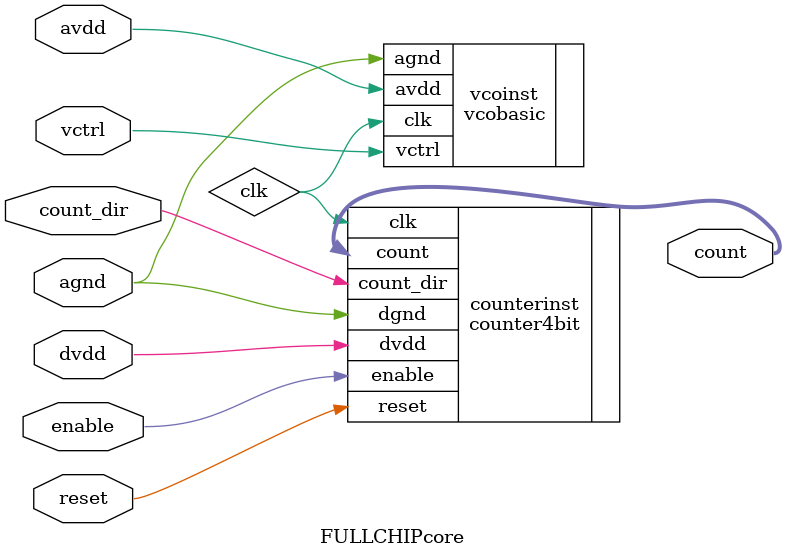
<source format=v>


module FULLCHIPcore (count_dir, enable, reset, count, vctrl, avdd, agnd, dvdd);
  input enable, reset, count_dir, vctrl;
  output [3:0] count;
  inout       avdd, agnd, dvdd;
   
  
   
   counter4bit   counterinst (.clk(clk), .enable(enable), .count_dir(count_dir), .reset(reset), .count(count[3:0]), .dgnd(agnd), .dvdd(dvdd));

   vcobasic  vcoinst (.clk(clk), .vctrl(vctrl), .avdd(avdd), .agnd(agnd));
   

   
endmodule


</source>
